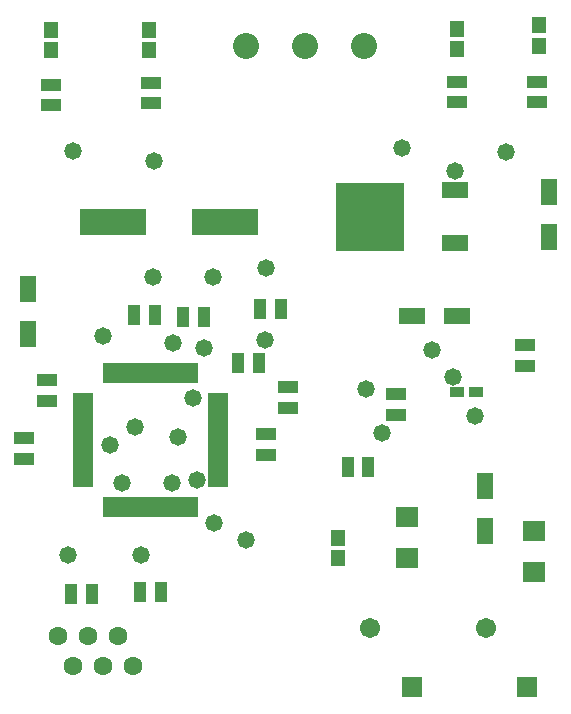
<source format=gts>
%FSLAX44Y44*%
%MOMM*%
G71*
G01*
G75*
G04 Layer_Color=8388736*
%ADD10R,1.6800X1.5200*%
%ADD11R,0.9500X0.7000*%
%ADD12R,0.8000X1.6000*%
%ADD13R,1.2500X2.0000*%
%ADD14R,1.6000X0.8000*%
%ADD15R,5.5000X2.0000*%
%ADD16R,5.6000X5.6000*%
%ADD17R,2.0000X1.2000*%
%ADD18R,0.3000X1.5000*%
%ADD19R,1.5000X0.3000*%
%ADD20R,1.1000X1.2500*%
%ADD21R,2.0000X1.2500*%
%ADD22C,0.2540*%
%ADD23C,0.2900*%
%ADD24C,2.0000*%
%ADD25C,1.5000*%
%ADD26R,1.5000X1.5000*%
%ADD27C,1.4000*%
%ADD28C,1.2700*%
%ADD29C,1.0000*%
%ADD30C,0.1000*%
%ADD31C,0.2000*%
%ADD32R,0.1778X1.4732*%
%ADD33R,0.2032X1.4986*%
%ADD34R,1.8832X1.7232*%
%ADD35R,1.1532X0.9032*%
%ADD36R,1.0032X1.8032*%
%ADD37R,1.4532X2.2032*%
%ADD38R,1.8032X1.0032*%
%ADD39R,5.7032X2.2032*%
%ADD40R,5.8032X5.8032*%
%ADD41R,2.2032X1.4032*%
%ADD42R,0.5032X1.7032*%
%ADD43R,1.7032X0.5032*%
%ADD44R,1.3032X1.4532*%
%ADD45R,2.2032X1.4532*%
%ADD46C,2.2032*%
%ADD47C,1.7032*%
%ADD48R,1.7032X1.7032*%
%ADD49C,1.6032*%
%ADD50C,1.4732*%
D34*
X342000Y216956D02*
D03*
Y182456D02*
D03*
X450000Y170456D02*
D03*
Y204956D02*
D03*
D35*
X384000Y323000D02*
D03*
X400500D02*
D03*
D36*
X75000Y152000D02*
D03*
X57950D02*
D03*
X134000Y153000D02*
D03*
X116300D02*
D03*
X235000Y393000D02*
D03*
X217300D02*
D03*
X217000Y347000D02*
D03*
X199300D02*
D03*
X170000Y386000D02*
D03*
X152300D02*
D03*
X129000Y388000D02*
D03*
X111300D02*
D03*
X309000Y259000D02*
D03*
X291950D02*
D03*
D37*
X21000Y410000D02*
D03*
Y372000D02*
D03*
X462000Y492000D02*
D03*
Y454000D02*
D03*
X408000Y243000D02*
D03*
Y205000D02*
D03*
D38*
X223000Y287000D02*
D03*
Y269300D02*
D03*
X333000Y303000D02*
D03*
Y320700D02*
D03*
X442000Y345000D02*
D03*
Y362700D02*
D03*
X37000Y333000D02*
D03*
Y315300D02*
D03*
X18000Y284000D02*
D03*
Y266300D02*
D03*
X241000Y309000D02*
D03*
Y326700D02*
D03*
X384000Y568000D02*
D03*
Y585050D02*
D03*
X125000Y567000D02*
D03*
Y584050D02*
D03*
X41000Y566000D02*
D03*
Y583050D02*
D03*
X452000Y568000D02*
D03*
Y585050D02*
D03*
D39*
X93000Y467000D02*
D03*
X188000D02*
D03*
D40*
X311000Y471000D02*
D03*
D41*
X383000Y493500D02*
D03*
Y448500D02*
D03*
D42*
X127500Y225000D02*
D03*
X122500D02*
D03*
X117500D02*
D03*
X102500D02*
D03*
X107500D02*
D03*
X112500D02*
D03*
X132500D02*
D03*
X137500D02*
D03*
X142500D02*
D03*
X97500D02*
D03*
X92500D02*
D03*
X87500D02*
D03*
X162500D02*
D03*
X157500D02*
D03*
X152500D02*
D03*
X147500D02*
D03*
Y339000D02*
D03*
X152500D02*
D03*
X157500D02*
D03*
X162500D02*
D03*
X87500D02*
D03*
X92500D02*
D03*
X97500D02*
D03*
X142500D02*
D03*
X137500D02*
D03*
X132500D02*
D03*
X112500D02*
D03*
X107500D02*
D03*
X102500D02*
D03*
X117500D02*
D03*
X122500D02*
D03*
X127500D02*
D03*
D43*
X182000Y279500D02*
D03*
Y284500D02*
D03*
Y289500D02*
D03*
Y304500D02*
D03*
Y299500D02*
D03*
Y294500D02*
D03*
Y274500D02*
D03*
Y269500D02*
D03*
Y264500D02*
D03*
Y309500D02*
D03*
Y314500D02*
D03*
Y319500D02*
D03*
Y244500D02*
D03*
Y249500D02*
D03*
Y254500D02*
D03*
Y259500D02*
D03*
X68000D02*
D03*
Y254500D02*
D03*
Y249500D02*
D03*
Y244500D02*
D03*
Y319500D02*
D03*
Y314500D02*
D03*
Y309500D02*
D03*
Y264500D02*
D03*
Y269500D02*
D03*
Y274500D02*
D03*
Y294500D02*
D03*
Y299500D02*
D03*
Y304500D02*
D03*
Y289500D02*
D03*
Y284500D02*
D03*
Y279500D02*
D03*
D44*
X284000Y181750D02*
D03*
Y199000D02*
D03*
X384000Y630250D02*
D03*
Y613000D02*
D03*
X124000Y629250D02*
D03*
Y612000D02*
D03*
X41000Y629250D02*
D03*
Y612000D02*
D03*
X454000Y633250D02*
D03*
Y616000D02*
D03*
D45*
X384000Y387000D02*
D03*
X346000D02*
D03*
D46*
X206000Y616000D02*
D03*
X306000D02*
D03*
X256000D02*
D03*
D47*
X311000Y123000D02*
D03*
X409000D02*
D03*
D48*
X346000Y73000D02*
D03*
X444000D02*
D03*
D49*
X97800Y116000D02*
D03*
X85100Y90600D02*
D03*
X72400Y116000D02*
D03*
X110500Y90600D02*
D03*
X59700D02*
D03*
X47000Y116000D02*
D03*
D50*
X101000Y246000D02*
D03*
X148000Y285000D02*
D03*
X143000Y246000D02*
D03*
X164000Y248000D02*
D03*
X179000Y212000D02*
D03*
X117000Y185000D02*
D03*
X55000D02*
D03*
X400000Y302000D02*
D03*
X321000Y288000D02*
D03*
X381000Y335000D02*
D03*
X363000Y358000D02*
D03*
X223000Y428000D02*
D03*
X222000Y367000D02*
D03*
X178000Y420000D02*
D03*
X127000D02*
D03*
X144000Y364000D02*
D03*
X170000Y360000D02*
D03*
X426000Y526000D02*
D03*
X338000Y529000D02*
D03*
X85000Y370000D02*
D03*
X91000Y278000D02*
D03*
X161000Y318000D02*
D03*
X112000Y293000D02*
D03*
X59000Y527000D02*
D03*
X128000Y518000D02*
D03*
X383000Y510000D02*
D03*
X307000Y325000D02*
D03*
X206000Y197000D02*
D03*
M02*

</source>
